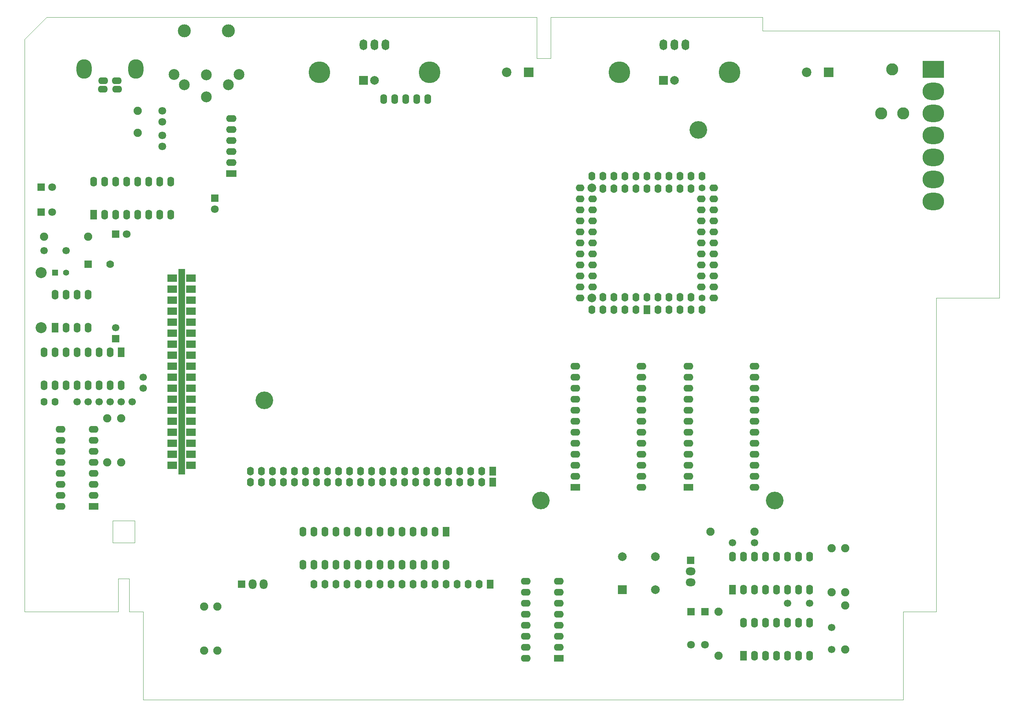
<source format=gbs>
G04 (created by PCBNEW (2013-07-07 BZR 4022)-stable) date 28/12/2022 13:18:45*
%MOIN*%
G04 Gerber Fmt 3.4, Leading zero omitted, Abs format*
%FSLAX34Y34*%
G01*
G70*
G90*
G04 APERTURE LIST*
%ADD10C,0.00590551*%
%ADD11C,0.00393701*%
%ADD12R,0.19685X0.15748*%
%ADD13O,0.19685X0.15748*%
%ADD14R,0.0905512X0.0669291*%
%ADD15R,0.0649606X1.87008*%
%ADD16R,0.0787402X0.0787402*%
%ADD17C,0.0787402*%
%ADD18C,0.0748031*%
%ADD19R,0.09X0.062*%
%ADD20O,0.09X0.062*%
%ADD21C,0.19685*%
%ADD22O,0.0905512X0.0629921*%
%ADD23O,0.137795X0.177165*%
%ADD24R,0.062X0.09*%
%ADD25O,0.062X0.09*%
%ADD26O,0.07X0.0984252*%
%ADD27R,0.0629921X0.0787402*%
%ADD28O,0.0629921X0.0787402*%
%ADD29O,0.0787402X0.0629921*%
%ADD30C,0.0629921*%
%ADD31O,0.0629921X0.0905512*%
%ADD32R,0.0866142X0.0866142*%
%ADD33C,0.0866142*%
%ADD34C,0.0669291*%
%ADD35C,0.0708661*%
%ADD36C,0.0984252*%
%ADD37C,0.11811*%
%ADD38R,0.0944882X0.0629921*%
%ADD39O,0.0944882X0.0629921*%
%ADD40R,0.0708661X0.0708661*%
%ADD41O,0.0905512X0.0708661*%
%ADD42C,0.110236*%
%ADD43R,0.0669291X0.0669291*%
%ADD44O,0.0629921X0.0708661*%
%ADD45R,0.055X0.055*%
%ADD46C,0.055*%
%ADD47C,0.1*%
%ADD48C,0.16*%
%ADD49O,0.0708661X0.0905512*%
%ADD50R,0.07X0.07*%
%ADD51C,0.07*%
G04 APERTURE END LIST*
G54D10*
G54D11*
X8000Y-45750D02*
X8000Y-47750D01*
X10000Y-45750D02*
X8000Y-45750D01*
X10000Y-47750D02*
X10000Y-45750D01*
X8000Y-47750D02*
X10000Y-47750D01*
X8500Y-54000D02*
X0Y-54000D01*
X9500Y-54000D02*
X10750Y-54000D01*
X9500Y-51000D02*
X9500Y-54000D01*
X8500Y-51000D02*
X9500Y-51000D01*
X8500Y-54000D02*
X8500Y-51000D01*
X88500Y-1250D02*
X88500Y-25500D01*
X67000Y-1250D02*
X88500Y-1250D01*
X67000Y0D02*
X67000Y-1250D01*
X47750Y0D02*
X67000Y0D01*
X46500Y0D02*
X2000Y0D01*
X47750Y-3750D02*
X47750Y0D01*
X46500Y-3750D02*
X47750Y-3750D01*
X46500Y0D02*
X46500Y-3750D01*
X0Y-2000D02*
X2000Y0D01*
X0Y-54000D02*
X0Y-2000D01*
X10750Y-62000D02*
X10750Y-54000D01*
X79750Y-62000D02*
X10750Y-62000D01*
X82750Y-25500D02*
X88500Y-25500D01*
X82750Y-54000D02*
X82750Y-25500D01*
X79750Y-54000D02*
X82750Y-54000D01*
X79750Y-62000D02*
X79750Y-54000D01*
G54D12*
X82500Y-4750D03*
G54D13*
X82500Y-6750D03*
X82500Y-8750D03*
X82500Y-10750D03*
X82500Y-12750D03*
X82500Y-14750D03*
X82500Y-16750D03*
G54D14*
X13400Y-40700D03*
X15100Y-39700D03*
X13400Y-39700D03*
X15100Y-38700D03*
X13400Y-38700D03*
X15100Y-37700D03*
X13400Y-37700D03*
X15100Y-36700D03*
X13400Y-36700D03*
X15100Y-35700D03*
X13400Y-35700D03*
X15100Y-34700D03*
X13400Y-34700D03*
X15100Y-33700D03*
X13400Y-33700D03*
X15100Y-32700D03*
X13400Y-32700D03*
X15100Y-31700D03*
X13400Y-31700D03*
X15100Y-30700D03*
X13400Y-30700D03*
X15100Y-29700D03*
X13400Y-29700D03*
X15100Y-28700D03*
X13400Y-28700D03*
X15100Y-27700D03*
X13400Y-27700D03*
X15100Y-26700D03*
X13400Y-26700D03*
X15100Y-25700D03*
X13400Y-25700D03*
X15100Y-24700D03*
X13400Y-24700D03*
X15100Y-23700D03*
X13400Y-23700D03*
X15100Y-40700D03*
G54D15*
X14250Y-32200D03*
G54D16*
X54250Y-52000D03*
G54D17*
X54250Y-49000D03*
X57250Y-49000D03*
X57250Y-52000D03*
G54D18*
X10250Y-10500D03*
X10250Y-8500D03*
G54D19*
X48500Y-58250D03*
G54D20*
X48500Y-57250D03*
X48500Y-56250D03*
X48500Y-55250D03*
X48500Y-54250D03*
X48500Y-53250D03*
X48500Y-52250D03*
X48500Y-51250D03*
X45500Y-51250D03*
X45500Y-52250D03*
X45500Y-53250D03*
X45500Y-54250D03*
X45500Y-55250D03*
X45500Y-56250D03*
X45500Y-57250D03*
X45500Y-58250D03*
G54D21*
X64000Y-5000D03*
X54000Y-5000D03*
G54D22*
X7112Y-6550D03*
X8387Y-6550D03*
X8368Y-5763D03*
X7131Y-5763D03*
G54D23*
X5388Y-4700D03*
X10112Y-4700D03*
G54D24*
X2750Y-28200D03*
G54D25*
X3750Y-28200D03*
X4750Y-28200D03*
X5750Y-28200D03*
X5750Y-25200D03*
X4750Y-25200D03*
X3750Y-25200D03*
X2750Y-25200D03*
G54D26*
X32750Y-2500D03*
X31750Y-2500D03*
X30750Y-2500D03*
G54D24*
X64250Y-52000D03*
G54D25*
X65250Y-52000D03*
X66250Y-52000D03*
X67250Y-52000D03*
X68250Y-52000D03*
X69250Y-52000D03*
X70250Y-52000D03*
X71250Y-52000D03*
X71250Y-49000D03*
X70250Y-49000D03*
X69250Y-49000D03*
X68250Y-49000D03*
X67250Y-49000D03*
X66250Y-49000D03*
X65250Y-49000D03*
X64250Y-49000D03*
G54D27*
X56500Y-26578D03*
G54D28*
X56500Y-25421D03*
X55500Y-26578D03*
X55500Y-25421D03*
X54500Y-26578D03*
X54500Y-25421D03*
X53500Y-26578D03*
X53500Y-25421D03*
X52500Y-26578D03*
X52500Y-25421D03*
X51500Y-26578D03*
G54D29*
X50421Y-25500D03*
G54D17*
X51500Y-25500D03*
G54D29*
X50421Y-24500D03*
X51578Y-24500D03*
X50421Y-23500D03*
X51578Y-23500D03*
X50421Y-22500D03*
X51578Y-22500D03*
X50421Y-21500D03*
X51578Y-21500D03*
X50421Y-20500D03*
X51578Y-20500D03*
X50421Y-19500D03*
X51578Y-19500D03*
X50421Y-18500D03*
X51578Y-18500D03*
X50421Y-17500D03*
X51578Y-17500D03*
X50421Y-16500D03*
X51578Y-16500D03*
X50421Y-15500D03*
G54D28*
X51500Y-14421D03*
G54D17*
X51500Y-15500D03*
G54D28*
X52500Y-14421D03*
X52500Y-15578D03*
X53500Y-14421D03*
X53500Y-15578D03*
X54500Y-14421D03*
X54500Y-15578D03*
X55500Y-14421D03*
X55500Y-15578D03*
X56500Y-14421D03*
X56500Y-15578D03*
X57500Y-14421D03*
X57500Y-15578D03*
X58500Y-14421D03*
X58500Y-15578D03*
X59500Y-14421D03*
X59500Y-15578D03*
X60500Y-14421D03*
X60500Y-15578D03*
X61500Y-14421D03*
G54D29*
X62578Y-15500D03*
G54D30*
X61500Y-15500D03*
G54D29*
X62578Y-16500D03*
X61421Y-16500D03*
X62578Y-17500D03*
X61421Y-17500D03*
X62578Y-18500D03*
X61421Y-18500D03*
X62578Y-19500D03*
X61421Y-19500D03*
X62578Y-20500D03*
X61421Y-20500D03*
X62578Y-21500D03*
X61421Y-21500D03*
X62578Y-22500D03*
X61421Y-22500D03*
X62578Y-23500D03*
X61421Y-23500D03*
X62578Y-24500D03*
X61421Y-24500D03*
X62578Y-25500D03*
G54D28*
X61500Y-26578D03*
G54D30*
X61500Y-25500D03*
G54D28*
X60500Y-26578D03*
X60500Y-25421D03*
X59500Y-26578D03*
X59500Y-25421D03*
X58500Y-26578D03*
X58500Y-25421D03*
X57500Y-26578D03*
X57500Y-25421D03*
G54D19*
X50000Y-42700D03*
G54D20*
X50000Y-41700D03*
X50000Y-40700D03*
X50000Y-39700D03*
X50000Y-38700D03*
X50000Y-37700D03*
X50000Y-36700D03*
X50000Y-35700D03*
X50000Y-34700D03*
X50000Y-33700D03*
X50000Y-32700D03*
X50000Y-31700D03*
X56000Y-31700D03*
X56000Y-32700D03*
X56000Y-33700D03*
X56000Y-34700D03*
X56000Y-35700D03*
X56000Y-36700D03*
X56000Y-37700D03*
X56000Y-38700D03*
X56000Y-39700D03*
X56000Y-40700D03*
X56000Y-41700D03*
X56000Y-42700D03*
G54D19*
X6250Y-44450D03*
G54D20*
X6250Y-43450D03*
X6250Y-42450D03*
X6250Y-41450D03*
X6250Y-40450D03*
X6250Y-39450D03*
X6250Y-38450D03*
X6250Y-37450D03*
X3250Y-37450D03*
X3250Y-38450D03*
X3250Y-39450D03*
X3250Y-40450D03*
X3250Y-41450D03*
X3250Y-42450D03*
X3250Y-43450D03*
X3250Y-44450D03*
G54D24*
X65250Y-58000D03*
G54D25*
X66250Y-58000D03*
X67250Y-58000D03*
X68250Y-58000D03*
X69250Y-58000D03*
X70250Y-58000D03*
X71250Y-58000D03*
X71250Y-55000D03*
X70250Y-55000D03*
X69250Y-55000D03*
X68250Y-55000D03*
X67250Y-55000D03*
X66250Y-55000D03*
X65250Y-55000D03*
G54D26*
X60000Y-2500D03*
X59000Y-2500D03*
X58000Y-2500D03*
G54D25*
X37250Y-46750D03*
X36250Y-46750D03*
X35250Y-46750D03*
X34250Y-46750D03*
X33250Y-46750D03*
X32250Y-46750D03*
X31250Y-46750D03*
X30250Y-46750D03*
X29250Y-46750D03*
X28250Y-46750D03*
X27250Y-46750D03*
X26250Y-46750D03*
X25250Y-46750D03*
G54D24*
X38250Y-46750D03*
G54D25*
X25250Y-49750D03*
X26250Y-49750D03*
X27250Y-49750D03*
X28250Y-49750D03*
X29250Y-49750D03*
X30250Y-49750D03*
X31250Y-49750D03*
X32250Y-49750D03*
X33250Y-49750D03*
X34250Y-49750D03*
X35250Y-49750D03*
X36250Y-49750D03*
X37250Y-49750D03*
X38250Y-49750D03*
G54D21*
X36750Y-5000D03*
X26750Y-5000D03*
G54D31*
X32600Y-7450D03*
X33600Y-7450D03*
X34600Y-7450D03*
X35600Y-7450D03*
X36600Y-7450D03*
G54D18*
X73250Y-48250D03*
X73250Y-52250D03*
X62250Y-46750D03*
X66250Y-46750D03*
X63000Y-58000D03*
X63000Y-54000D03*
G54D32*
X45750Y-5000D03*
G54D33*
X43750Y-5000D03*
G54D32*
X73000Y-5000D03*
G54D33*
X71000Y-5000D03*
G54D34*
X71250Y-53250D03*
X69250Y-53250D03*
X64250Y-47750D03*
X66250Y-47750D03*
G54D16*
X30750Y-5750D03*
G54D17*
X31750Y-5750D03*
G54D16*
X58000Y-5750D03*
G54D17*
X59000Y-5750D03*
G54D35*
X12500Y-8500D03*
X12500Y-9500D03*
X12500Y-11750D03*
X12500Y-10750D03*
G54D27*
X42500Y-41250D03*
G54D28*
X37500Y-41250D03*
X36500Y-41250D03*
X35500Y-41250D03*
X34500Y-41250D03*
X33500Y-41250D03*
X32500Y-41250D03*
X31500Y-41250D03*
X30500Y-41250D03*
X29500Y-41250D03*
X28500Y-41250D03*
X27500Y-41250D03*
X26500Y-41250D03*
X25500Y-41250D03*
X24500Y-41250D03*
X41500Y-41250D03*
X40500Y-41250D03*
X39500Y-41250D03*
X38500Y-41250D03*
X23500Y-41250D03*
X22500Y-41250D03*
X21500Y-41250D03*
X20500Y-41250D03*
G54D27*
X42500Y-42250D03*
G54D28*
X37500Y-42250D03*
X36500Y-42250D03*
X35500Y-42250D03*
X34500Y-42250D03*
X33500Y-42250D03*
X32500Y-42250D03*
X31500Y-42250D03*
X30500Y-42250D03*
X29500Y-42250D03*
X28500Y-42250D03*
X27500Y-42250D03*
X26500Y-42250D03*
X25500Y-42250D03*
X24500Y-42250D03*
X41500Y-42250D03*
X40500Y-42250D03*
X39500Y-42250D03*
X38500Y-42250D03*
X23500Y-42250D03*
X22500Y-42250D03*
X21500Y-42250D03*
X20500Y-42250D03*
G54D36*
X19450Y-5200D03*
X14500Y-6150D03*
X16500Y-5250D03*
X13550Y-5200D03*
X18500Y-6150D03*
G54D37*
X14500Y-1250D03*
X18500Y-1250D03*
G54D36*
X16500Y-7250D03*
G54D38*
X18750Y-14200D03*
G54D39*
X18750Y-13200D03*
X18750Y-12200D03*
X18750Y-11200D03*
X18750Y-10200D03*
X18750Y-9200D03*
G54D40*
X60450Y-49350D03*
G54D41*
X60450Y-50350D03*
X60450Y-51350D03*
G54D34*
X1750Y-21200D03*
X3750Y-21200D03*
G54D42*
X77750Y-8750D03*
X78750Y-4750D03*
X79750Y-8750D03*
G54D19*
X60250Y-42700D03*
G54D20*
X60250Y-41700D03*
X60250Y-40700D03*
X60250Y-39700D03*
X60250Y-38700D03*
X60250Y-37700D03*
X60250Y-36700D03*
X60250Y-35700D03*
X60250Y-34700D03*
X60250Y-33700D03*
X60250Y-32700D03*
X60250Y-31700D03*
X66250Y-31700D03*
X66250Y-32700D03*
X66250Y-33700D03*
X66250Y-34700D03*
X66250Y-35700D03*
X66250Y-36700D03*
X66250Y-37700D03*
X66250Y-38700D03*
X66250Y-39700D03*
X66250Y-40700D03*
X66250Y-41700D03*
X66250Y-42700D03*
G54D24*
X6250Y-17950D03*
G54D25*
X7250Y-17950D03*
X8250Y-17950D03*
X9250Y-17950D03*
X10250Y-17950D03*
X11250Y-17950D03*
X12250Y-17950D03*
X13250Y-17950D03*
X13250Y-14950D03*
X12250Y-14950D03*
X11250Y-14950D03*
X10250Y-14950D03*
X9250Y-14950D03*
X8250Y-14950D03*
X7250Y-14950D03*
X6250Y-14950D03*
G54D40*
X1500Y-15450D03*
G54D35*
X2500Y-15450D03*
G54D40*
X8250Y-19700D03*
G54D35*
X9250Y-19700D03*
G54D40*
X1500Y-17700D03*
G54D35*
X2500Y-17700D03*
G54D40*
X17250Y-16450D03*
G54D35*
X17250Y-17450D03*
G54D27*
X42250Y-51500D03*
G54D28*
X37250Y-51500D03*
X36250Y-51500D03*
X35250Y-51500D03*
X34250Y-51500D03*
X33250Y-51500D03*
X32250Y-51500D03*
X31250Y-51500D03*
X30250Y-51500D03*
X29250Y-51500D03*
X28250Y-51500D03*
X27250Y-51500D03*
X41250Y-51500D03*
X40250Y-51500D03*
X39250Y-51500D03*
X38250Y-51500D03*
X26250Y-51500D03*
G54D34*
X4750Y-34950D03*
X5750Y-34950D03*
X6750Y-34950D03*
X7750Y-34950D03*
X8750Y-34950D03*
X9750Y-34950D03*
X10750Y-33700D03*
X10750Y-32700D03*
G54D24*
X8750Y-30450D03*
G54D25*
X7750Y-30450D03*
X6750Y-30450D03*
X5750Y-30450D03*
X4750Y-30450D03*
X3750Y-30450D03*
X2750Y-30450D03*
X1750Y-30450D03*
X1750Y-33450D03*
X2750Y-33450D03*
X3750Y-33450D03*
X4750Y-33450D03*
X5750Y-33450D03*
X6750Y-33450D03*
X7750Y-33450D03*
X8750Y-33450D03*
G54D43*
X8250Y-29200D03*
G54D34*
X8250Y-28200D03*
G54D44*
X2750Y-34950D03*
X1750Y-34950D03*
G54D18*
X7500Y-40450D03*
X7500Y-36450D03*
G54D45*
X2750Y-23200D03*
G54D46*
X3750Y-23200D03*
G54D47*
X1500Y-28200D03*
X1500Y-23200D03*
G54D48*
X21750Y-34800D03*
X46850Y-43900D03*
X61150Y-10250D03*
X68100Y-43900D03*
G54D18*
X74500Y-53450D03*
X74500Y-57450D03*
X74500Y-52250D03*
X74500Y-48250D03*
G54D34*
X73250Y-55450D03*
X73250Y-57450D03*
G54D18*
X16300Y-57550D03*
X16300Y-53550D03*
X17500Y-57550D03*
X17500Y-53550D03*
G54D40*
X19700Y-51500D03*
G54D49*
X20700Y-51500D03*
X21700Y-51500D03*
G54D18*
X8750Y-40450D03*
X8750Y-36450D03*
X5750Y-19950D03*
X1750Y-19950D03*
G54D50*
X5750Y-22450D03*
G54D51*
X7750Y-22450D03*
G54D40*
X61750Y-54000D03*
G54D35*
X61750Y-57000D03*
G54D40*
X60500Y-54000D03*
G54D35*
X60500Y-57000D03*
M02*

</source>
